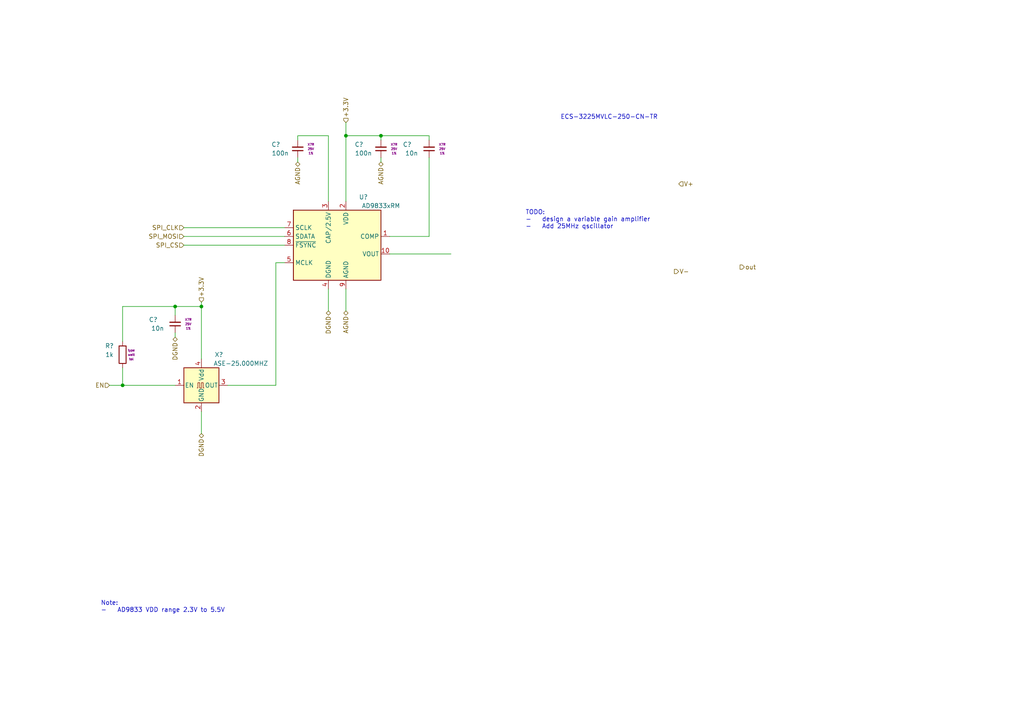
<source format=kicad_sch>
(kicad_sch (version 20211123) (generator eeschema)
  (paper "A4")
  (lib_symbols
    (symbol "000_SMD_Resitors:R_1206" (pin_numbers hide) (pin_names (offset 0))
      (property "Reference" "R" (at -2.54 0 90))
      (property "Value" "R_1206" (at 0 0 90))
      (property "type" "type" (at 3.81 0 90))
      (property "watt" "watt" (at 2.54 1.27 90))
      (property "tol" "tol" (at 2.54 -1.27 90))
      (symbol "R_1206_0_1"
        (rectangle (start -1.016 -2.54) (end 1.016 2.54) (stroke (width 0.254)))
      )
      (symbol "R_1206_1_1"
        (pin passive line (at 0 3.81 270) (length 1.27) (name "~") (number "1"))
        (pin passive line (at 0 -3.81 90) (length 1.27) (name "~") (number "2"))
      )
    )
    (symbol "010_SMD_Capacitors:C_0805_hs" (pin_numbers hide) (pin_names (offset 0.254) hide)
      (property "Reference" "C" (at 1.905 1.905 0))
      (property "Value" "C_0805_hs" (at 1.905 -0.635 0))
      (property "type" "type" (at 4.445 -3.81 0))
      (property "voltage" "volt" (at 3.175 -2.54 0))
      (property "tol" "tol" (at 5.715 -2.54 0))
      (symbol "C_0805_hs_0_1"
        (polyline (pts (xy -1.524 -0.508) (xy 1.524 -0.508)) (stroke (width 0.3302)))
        (polyline (pts (xy -1.524 0.508) (xy 1.524 0.508)) (stroke (width 0.3048)))
      )
      (symbol "C_0805_hs_1_1"
        (pin passive line (at 0 2.54 270) (length 2.032) (name "~") (number "1"))
        (pin passive line (at 0 -2.54 90) (length 2.032) (name "~") (number "2"))
      )
    )
    (symbol "Interface:AD9833xRM"
      (property "Reference" "U" (at -12.7 11.43 0))
      (property "Value" "AD9833xRM" (at 5.08 11.43 0))
      (symbol "AD9833xRM_0_1"
        (rectangle (start -12.7 10.16) (end 12.7 -10.16) (stroke (width 0.254)) (fill (type background)))
      )
      (symbol "AD9833xRM_1_1"
        (pin passive line (at 15.24 2.54 180) (length 2.54) (name "COMP") (number "1"))
        (pin output line (at 15.24 -2.54 180) (length 2.54) (name "VOUT") (number "10"))
        (pin power_in line (at 2.54 12.7 270) (length 2.54) (name "VDD") (number "2"))
        (pin power_in line (at -2.54 12.7 270) (length 2.54) (name "CAP/2.5V") (number "3"))
        (pin power_in line (at -2.54 -12.7 90) (length 2.54) (name "DGND") (number "4"))
        (pin input line (at -15.24 -5.08 0) (length 2.54) (name "MCLK") (number "5"))
        (pin input line (at -15.24 2.54 0) (length 2.54) (name "SDATA") (number "6"))
        (pin input line (at -15.24 5.08 0) (length 2.54) (name "SCLK") (number "7"))
        (pin input line (at -15.24 0 0) (length 2.54) (name "~{FSYNC}") (number "8"))
        (pin power_in line (at 2.54 -12.7 90) (length 2.54) (name "AGND") (number "9"))
      )
    )
    (symbol "Oscillator:ASE-xxxMHz" (pin_names (offset 0.254))
      (property "Reference" "X" (at -5.08 6.35 0))
      (property "Value" "ASE-xxxMHz" (at 1.27 -6.35 0))
      (symbol "ASE-xxxMHz_0_1"
        (rectangle (start -5.08 5.08) (end 5.08 -5.08) (stroke (width 0.254)) (fill (type background)))
        (polyline (pts (xy -1.27 -0.762) (xy -1.016 -0.762) (xy -1.016 0.762) (xy -0.508 0.762) (xy -0.508 -0.762) (xy 0 -0.762) (xy 0 0.762) (xy 0.508 0.762) (xy 0.508 -0.762) (xy 0.762 -0.762)))
      )
      (symbol "ASE-xxxMHz_1_1"
        (pin input line (at -7.62 0 0) (length 2.54) (name "EN") (number "1"))
        (pin power_in line (at 0 -7.62 90) (length 2.54) (name "GND") (number "2"))
        (pin output line (at 7.62 0 180) (length 2.54) (name "OUT") (number "3"))
        (pin power_in line (at 0 7.62 270) (length 2.54) (name "Vdd") (number "4"))
      )
    )
  )
  (junction (at 50.8 88.9))
  (junction (at 35.56 111.76))
  (junction (at 100.33 39.37))
  (junction (at 58.42 88.9))
  (junction (at 110.49 39.37))
  (wire (pts (xy 110.49 39.37) (xy 124.46 39.37)))
  (wire (pts (xy 86.36 39.37) (xy 86.36 40.64)))
  (wire (pts (xy 53.34 68.58) (xy 82.55 68.58)))
  (wire (pts (xy 86.36 45.72) (xy 86.36 46.99)))
  (wire (pts (xy 100.33 39.37) (xy 100.33 58.42)))
  (wire (pts (xy 35.56 111.76) (xy 35.56 106.68)))
  (wire (pts (xy 50.8 111.76) (xy 35.56 111.76)))
  (wire (pts (xy 113.03 73.66) (xy 130.81 73.66)))
  (wire (pts (xy 50.8 96.52) (xy 50.8 97.79)))
  (wire (pts (xy 110.49 45.72) (xy 110.49 46.99)))
  (wire (pts (xy 58.42 119.38) (xy 58.42 125.73)))
  (wire (pts (xy 35.56 99.06) (xy 35.56 88.9)))
  (wire (pts (xy 110.49 39.37) (xy 100.33 39.37)))
  (wire (pts (xy 124.46 68.58) (xy 124.46 45.72)))
  (wire (pts (xy 53.34 66.04) (xy 82.55 66.04)))
  (wire (pts (xy 58.42 88.9) (xy 58.42 104.14)))
  (wire (pts (xy 31.75 111.76) (xy 35.56 111.76)))
  (wire (pts (xy 110.49 40.64) (xy 110.49 39.37)))
  (wire (pts (xy 95.25 39.37) (xy 86.36 39.37)))
  (wire (pts (xy 124.46 40.64) (xy 124.46 39.37)))
  (wire (pts (xy 113.03 68.58) (xy 124.46 68.58)))
  (wire (pts (xy 35.56 88.9) (xy 50.8 88.9)))
  (wire (pts (xy 53.34 71.12) (xy 82.55 71.12)))
  (wire (pts (xy 50.8 88.9) (xy 50.8 91.44)))
  (wire (pts (xy 100.33 83.82) (xy 100.33 90.17)))
  (wire (pts (xy 95.25 58.42) (xy 95.25 39.37)))
  (wire (pts (xy 50.8 88.9) (xy 58.42 88.9)))
  (wire (pts (xy 80.01 111.76) (xy 80.01 76.2)))
  (wire (pts (xy 80.01 76.2) (xy 82.55 76.2)))
  (wire (pts (xy 58.42 87.63) (xy 58.42 88.9)))
  (wire (pts (xy 100.33 35.56) (xy 100.33 39.37)))
  (wire (pts (xy 66.04 111.76) (xy 80.01 111.76)))
  (wire (pts (xy 95.25 83.82) (xy 95.25 90.17)))
  (text "TODO:\n-	design a variable gain amplifier\n-	Add 25MHz qscillator\n\n" (at 152.4 68.58 0) (effects (font (size 1.27 1.27)) (justify left bottom)))
  (text "ECS-3225MVLC-250-CN-TR\n\n" (at 162.56 36.83 0) (effects (font (size 1.27 1.27)) (justify left bottom)))
  (text "Note:\n-	AD9833 VDD range 2.3V to 5.5V\n" (at 29.21 177.8 0) (effects (font (size 1.27 1.27)) (justify left bottom)))
  (hierarchical_label "V-" (shape output) (at 195.58 78.74 0))
  (hierarchical_label "DGND" (shape bidirectional) (at 95.25 90.17 270))
  (hierarchical_label "AGND" (shape bidirectional) (at 86.36 46.99 270))
  (hierarchical_label "AGND" (shape bidirectional) (at 110.49 46.99 270))
  (hierarchical_label "DGND" (shape bidirectional) (at 50.8 97.79 270))
  (hierarchical_label "out" (shape output) (at 214.63 77.47 0))
  (hierarchical_label "DGND" (shape bidirectional) (at 58.42 125.73 270))
  (hierarchical_label "SPI_MOSI" (shape input) (at 53.34 68.58 180))
  (hierarchical_label "EN" (shape input) (at 31.75 111.76 180))
  (hierarchical_label "+3.3V" (shape input) (at 100.33 35.56 90))
  (hierarchical_label "V+" (shape input) (at 196.85 53.34 0))
  (hierarchical_label "+3.3V" (shape input) (at 58.42 87.63 90))
  (hierarchical_label "SPI_CS" (shape input) (at 53.34 71.12 180))
  (hierarchical_label "SPI_CLK" (shape input) (at 53.34 66.04 180))
  (hierarchical_label "AGND" (shape bidirectional) (at 100.33 90.17 270))
  (symbol (lib_id "Interface:AD9833xRM") (at 97.79 71.12 0) (unit 1)
    (property "Reference" "U?" (at 105.41 57.15 0))
    (property "Value" "AD9833xRM" (at 110.49 59.69 0))
    (property "Footprint" "Package_SO:MSOP-10_3x3mm_P0.5mm" (effects hide))
    (property "Datasheet" "https://www.analog.com/media/en/technical-documentation/data-sheets/ad9833.pdf" (effects hide))
    (property "man" "man" (effects hide))
    (property "man_no" "man_no" (effects hide))
  )
  (symbol (lib_id "010_SMD_Capacitors:C_0805_hs") (at 110.49 43.18 180) (unit 1)
    (property "Reference" "C?" (at 104.14 41.91 0))
    (property "Value" "100n" (at 105.41 44.45 0))
    (property "Footprint" "Capacitor_SMD:C_0805_2012Metric_Pad1.18x1.45mm_HandSolder" (effects hide))
    (property "Datasheet" "ds" (effects hide))
    (property "type" "X7R" (at 114.3 41.91 0) (effects (font (size 0.635 0.635))))
    (property "voltage" "25V" (at 114.3 43.18 0) (effects (font (size 0.635 0.635))))
    (property "tol" "1%" (at 114.3 44.45 0) (effects (font (size 0.635 0.635))))
    (property "man" "man" (effects hide))
    (property "man_no" "man_no" (effects hide))
    (property "dist" "dist" (effects hide))
    (property "dist_no" "dist_no" (effects hide))
  )
  (symbol (lib_id "Oscillator:ASE-xxxMHz") (at 58.42 111.76 0) (unit 1)
    (property "Reference" "X?" (at 63.5 102.87 0))
    (property "Value" "ASE-25.000MHZ" (at 69.85 105.41 0))
    (property "Footprint" "Oscillator:Oscillator_SMD_Abracon_ASE-4Pin_3.2x2.5mm" (effects hide))
    (property "Datasheet" "http://www.abracon.com/Oscillators/ASV.pdf" (effects hide))
    (property "man" "ABRACON" (effects hide))
    (property "man_no" "ASE-25.000MHZ-LC-T" (effects hide))
  )
  (symbol (lib_id "010_SMD_Capacitors:C_0805_hs") (at 50.8 93.98 180) (unit 1)
    (property "Reference" "C?" (at 44.45 92.71 0))
    (property "Value" "10n" (at 45.72 95.25 0))
    (property "Footprint" "Capacitor_SMD:C_0805_2012Metric_Pad1.18x1.45mm_HandSolder" (effects hide))
    (property "Datasheet" "ds" (effects hide))
    (property "type" "X7R" (at 54.61 92.71 0) (effects (font (size 0.635 0.635))))
    (property "voltage" "25V" (at 54.61 93.98 0) (effects (font (size 0.635 0.635))))
    (property "tol" "1%" (at 54.61 95.25 0) (effects (font (size 0.635 0.635))))
    (property "man" "man" (effects hide))
    (property "man_no" "man_no" (effects hide))
    (property "dist" "dist" (effects hide))
    (property "dist_no" "dist_no" (effects hide))
  )
  (symbol (lib_id "010_SMD_Capacitors:C_0805_hs") (at 124.46 43.18 180) (unit 1)
    (property "Reference" "C?" (at 118.11 41.91 0))
    (property "Value" "10n" (at 119.38 44.45 0))
    (property "Footprint" "Capacitor_SMD:C_0805_2012Metric_Pad1.18x1.45mm_HandSolder" (effects hide))
    (property "Datasheet" "ds" (effects hide))
    (property "type" "X7R" (at 128.27 41.91 0) (effects (font (size 0.635 0.635))))
    (property "voltage" "25V" (at 128.27 43.18 0) (effects (font (size 0.635 0.635))))
    (property "tol" "1%" (at 128.27 44.45 0) (effects (font (size 0.635 0.635))))
    (property "man" "man" (effects hide))
    (property "man_no" "man_no" (effects hide))
    (property "dist" "dist" (effects hide))
    (property "dist_no" "dist_no" (effects hide))
  )
  (symbol (lib_id "000_SMD_Resitors:R_1206") (at 35.56 102.87 180) (unit 1)
    (property "Reference" "R?" (at 31.75 100.33 0))
    (property "Value" "1k" (at 31.75 102.87 0))
    (property "Footprint" "Resistor_SMD:R_1206_3216Metric" (effects hide))
    (property "Datasheet" "ds" (effects hide))
    (property "type" "type" (at 38.1 101.6 0) (effects (font (size 0.635 0.635))))
    (property "watt" "watt" (at 38.1 102.87 0) (effects (font (size 0.635 0.635))))
    (property "tol" "tol" (at 38.1 104.14 0) (effects (font (size 0.635 0.635))))
    (property "man" "man" (effects hide))
    (property "man_no" "man_no" (effects hide))
    (property "dist" "dist" (effects hide))
    (property "dist_no" "dist_no" (effects hide))
  )
  (symbol (lib_id "010_SMD_Capacitors:C_0805_hs") (at 86.36 43.18 180) (unit 1)
    (property "Reference" "C?" (at 80.01 41.91 0))
    (property "Value" "100n" (at 81.28 44.45 0))
    (property "Footprint" "Capacitor_SMD:C_0805_2012Metric_Pad1.18x1.45mm_HandSolder" (effects hide))
    (property "Datasheet" "ds" (effects hide))
    (property "type" "X7R" (at 90.17 41.91 0) (effects (font (size 0.635 0.635))))
    (property "voltage" "25V" (at 90.17 43.18 0) (effects (font (size 0.635 0.635))))
    (property "tol" "1%" (at 90.17 44.45 0) (effects (font (size 0.635 0.635))))
    (property "man" "man" (effects hide))
    (property "man_no" "man_no" (effects hide))
    (property "dist" "dist" (effects hide))
    (property "dist_no" "dist_no" (effects hide))
  )
)
</source>
